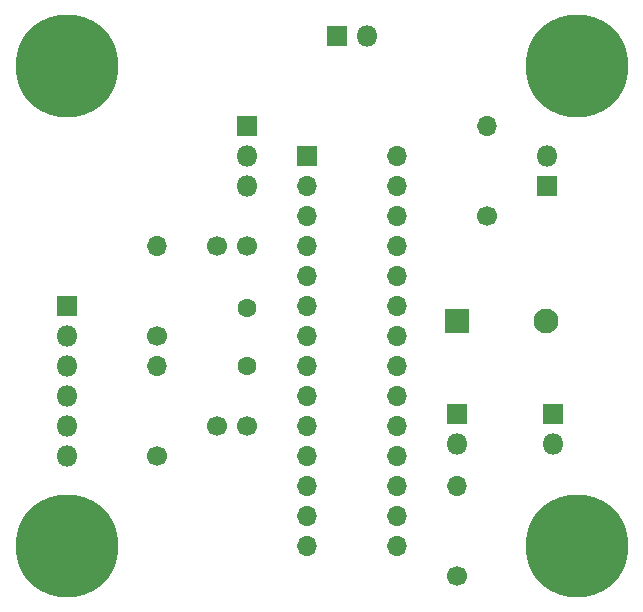
<source format=gbr>
%TF.GenerationSoftware,KiCad,Pcbnew,(5.1.6)-1*%
%TF.CreationDate,2021-01-23T20:41:05+01:00*%
%TF.ProjectId,Ricevitore-Trasmettitore_ATMega328,52696365-7669-4746-9f72-652d54726173,rev?*%
%TF.SameCoordinates,Original*%
%TF.FileFunction,Soldermask,Top*%
%TF.FilePolarity,Negative*%
%FSLAX46Y46*%
G04 Gerber Fmt 4.6, Leading zero omitted, Abs format (unit mm)*
G04 Created by KiCad (PCBNEW (5.1.6)-1) date 2021-01-23 20:41:05*
%MOMM*%
%LPD*%
G01*
G04 APERTURE LIST*
%ADD10C,1.000000*%
%ADD11C,8.700000*%
%ADD12R,2.100000X2.100000*%
%ADD13C,2.100000*%
%ADD14C,1.700000*%
%ADD15R,1.800000X1.800000*%
%ADD16O,1.800000X1.800000*%
%ADD17O,1.700000X1.700000*%
%ADD18R,1.700000X1.700000*%
%ADD19C,1.600000*%
G04 APERTURE END LIST*
D10*
%TO.C,H3*%
X116580419Y-89159581D03*
X114300000Y-88215000D03*
X112019581Y-89159581D03*
X111075000Y-91440000D03*
X112019581Y-93720419D03*
X114300000Y-94665000D03*
X116580419Y-93720419D03*
X117525000Y-91440000D03*
D11*
X114300000Y-91440000D03*
%TD*%
D10*
%TO.C,H4*%
X116580419Y-129799581D03*
X114300000Y-128855000D03*
X112019581Y-129799581D03*
X111075000Y-132080000D03*
X112019581Y-134360419D03*
X114300000Y-135305000D03*
X116580419Y-134360419D03*
X117525000Y-132080000D03*
D11*
X114300000Y-132080000D03*
%TD*%
D10*
%TO.C,H2*%
X73400419Y-129799581D03*
X71120000Y-128855000D03*
X68839581Y-129799581D03*
X67895000Y-132080000D03*
X68839581Y-134360419D03*
X71120000Y-135305000D03*
X73400419Y-134360419D03*
X74345000Y-132080000D03*
D11*
X71120000Y-132080000D03*
%TD*%
D10*
%TO.C,H1*%
X73400419Y-89159581D03*
X71120000Y-88215000D03*
X68839581Y-89159581D03*
X67895000Y-91440000D03*
X68839581Y-93720419D03*
X71120000Y-94665000D03*
X73400419Y-93720419D03*
X74345000Y-91440000D03*
D11*
X71120000Y-91440000D03*
%TD*%
D12*
%TO.C,BZ1*%
X104140000Y-113030000D03*
D13*
X111740000Y-113030000D03*
%TD*%
D14*
%TO.C,22p*%
X86360000Y-106680000D03*
X83860000Y-106680000D03*
%TD*%
%TO.C,22p*%
X83860000Y-121920000D03*
X86360000Y-121920000D03*
%TD*%
D15*
%TO.C,+*%
X112268000Y-120904000D03*
D16*
X112268000Y-123444000D03*
%TD*%
%TO.C,BOTTONE*%
X104140000Y-123444000D03*
D15*
X104140000Y-120904000D03*
%TD*%
%TO.C,+*%
X86360000Y-96520000D03*
D16*
X86360000Y-99060000D03*
X86360000Y-101600000D03*
%TD*%
D15*
%TO.C,+*%
X71120000Y-111760000D03*
D16*
X71120000Y-114300000D03*
X71120000Y-116840000D03*
X71120000Y-119380000D03*
X71120000Y-121920000D03*
X71120000Y-124460000D03*
%TD*%
D15*
%TO.C,5V *%
X93980000Y-88900000D03*
D16*
X96520000Y-88900000D03*
%TD*%
%TO.C,RESET*%
X111760000Y-99060000D03*
D15*
X111760000Y-101600000D03*
%TD*%
D14*
%TO.C,1K*%
X78740000Y-124460000D03*
D17*
X78740000Y-116840000D03*
%TD*%
%TO.C,2K*%
X78740000Y-106680000D03*
D14*
X78740000Y-114300000D03*
%TD*%
D17*
%TO.C,390*%
X104140000Y-127000000D03*
D14*
X104140000Y-134620000D03*
%TD*%
%TO.C,10K*%
X106680000Y-104140000D03*
D17*
X106680000Y-96520000D03*
%TD*%
D18*
%TO.C,ATmega328*%
X91440000Y-99060000D03*
D17*
X99060000Y-132080000D03*
X91440000Y-101600000D03*
X99060000Y-129540000D03*
X91440000Y-104140000D03*
X99060000Y-127000000D03*
X91440000Y-106680000D03*
X99060000Y-124460000D03*
X91440000Y-109220000D03*
X99060000Y-121920000D03*
X91440000Y-111760000D03*
X99060000Y-119380000D03*
X91440000Y-114300000D03*
X99060000Y-116840000D03*
X91440000Y-116840000D03*
X99060000Y-114300000D03*
X91440000Y-119380000D03*
X99060000Y-111760000D03*
X91440000Y-121920000D03*
X99060000Y-109220000D03*
X91440000Y-124460000D03*
X99060000Y-106680000D03*
X91440000Y-127000000D03*
X99060000Y-104140000D03*
X91440000Y-129540000D03*
X99060000Y-101600000D03*
X91440000Y-132080000D03*
X99060000Y-99060000D03*
%TD*%
D19*
%TO.C,Y1*%
X86360000Y-116840000D03*
X86360000Y-111940000D03*
%TD*%
M02*

</source>
